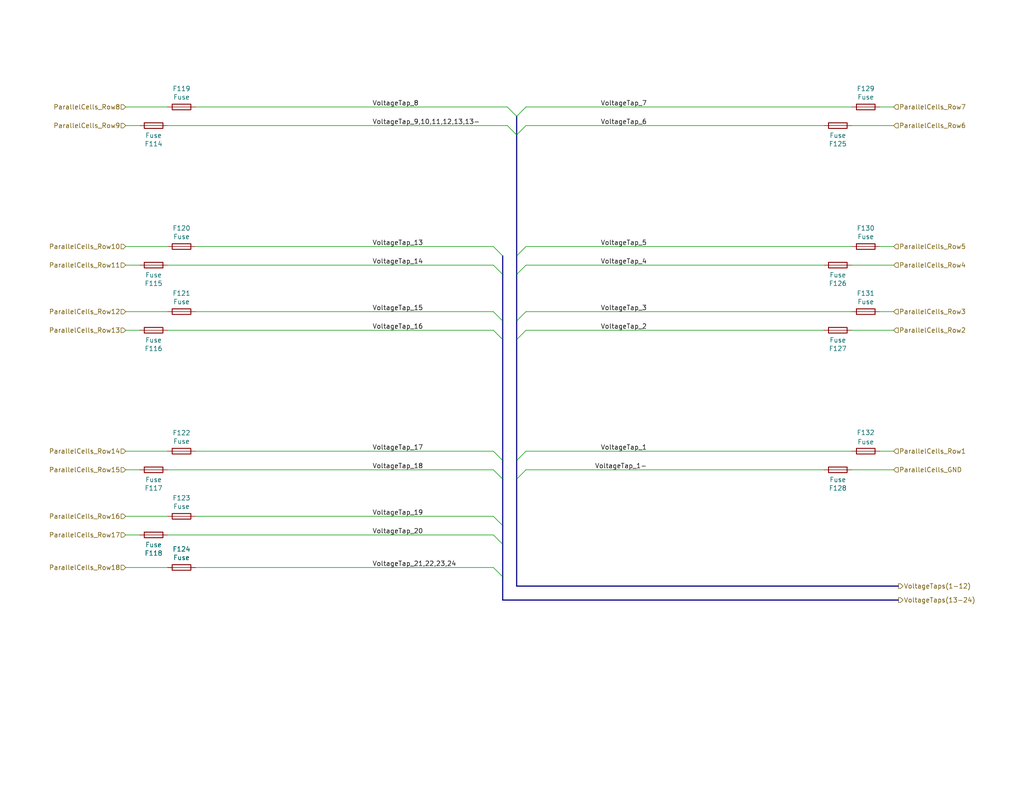
<source format=kicad_sch>
(kicad_sch (version 20211123) (generator eeschema)
  (paper "A")
  (title_block (title "Voltage Tap Connector PCB") (date "2020-10-16") (rev "1") (company "Northeastern Electric Racing") (comment 1 "https://github.com/Northeastern-Electric-Racing/NER") (comment 2 "For authors and other info, contact Chief Electrical Engineer"))
  (lib_symbols
    (symbol "Device:Fuse" (pin_numbers hide) (pin_names (offset 0))
      (property "Reference" "F" (at 2.032 0 90))
      (property "Value" "Fuse" (at -1.905 0 90))
      (symbol "Fuse_0_1"
        (rectangle (start -0.762 -2.54) (end 0.762 2.54) (stroke (width 0.254)))
        (polyline (pts (xy 0 2.54) (xy 0 -2.54)))
      )
      (symbol "Fuse_1_1"
        (pin passive line (at 0 3.81 270) (length 1.27) (name "~") (number "1"))
        (pin passive line (at 0 -3.81 90) (length 1.27) (name "~") (number "2"))
      )
    )
  )
  (bus_entry (at 140.97 74.93) (size 2.54 -2.54))
  (bus_entry (at 140.97 92.71) (size 2.54 -2.54))
  (bus_entry (at 134.62 67.31) (size 2.54 2.54))
  (bus_entry (at 140.97 36.83) (size -2.54 -2.54))
  (bus_entry (at 134.62 154.94) (size 2.54 2.54))
  (bus_entry (at 140.97 130.81) (size 2.54 -2.54))
  (bus_entry (at 134.62 140.97) (size 2.54 2.54))
  (bus_entry (at 134.62 90.17) (size 2.54 2.54))
  (bus_entry (at 134.62 123.19) (size 2.54 2.54))
  (bus_entry (at 140.97 31.75) (size -2.54 -2.54))
  (bus_entry (at 134.62 85.09) (size 2.54 2.54))
  (bus_entry (at 140.97 31.75) (size 2.54 -2.54))
  (bus_entry (at 140.97 36.83) (size 2.54 -2.54))
  (bus_entry (at 140.97 125.73) (size 2.54 -2.54))
  (bus_entry (at 134.62 146.05) (size 2.54 2.54))
  (bus_entry (at 134.62 128.27) (size 2.54 2.54))
  (bus_entry (at 134.62 72.39) (size 2.54 2.54))
  (bus_entry (at 140.97 69.85) (size 2.54 -2.54))
  (bus_entry (at 140.97 87.63) (size 2.54 -2.54))
  (wire (pts (xy 45.72 146.05) (xy 134.62 146.05)))
  (bus (pts (xy 137.16 69.85) (xy 137.16 74.93)))
  (bus (pts (xy 140.97 125.73) (xy 140.97 130.81)))
  (wire (pts (xy 45.72 128.27) (xy 134.62 128.27)))
  (wire (pts (xy 53.34 67.31) (xy 134.62 67.31)))
  (wire (pts (xy 243.84 90.17) (xy 232.41 90.17)))
  (wire (pts (xy 232.41 85.09) (xy 143.51 85.09)))
  (bus (pts (xy 137.16 74.93) (xy 137.16 87.63)))
  (wire (pts (xy 45.72 72.39) (xy 134.62 72.39)))
  (wire (pts (xy 38.1 90.17) (xy 34.29 90.17)))
  (wire (pts (xy 38.1 128.27) (xy 34.29 128.27)))
  (bus (pts (xy 140.97 87.63) (xy 140.97 92.71)))
  (wire (pts (xy 34.29 140.97) (xy 45.72 140.97)))
  (wire (pts (xy 240.03 85.09) (xy 243.84 85.09)))
  (bus (pts (xy 140.97 36.83) (xy 140.97 69.85)))
  (wire (pts (xy 34.29 154.94) (xy 45.72 154.94)))
  (wire (pts (xy 243.84 123.19) (xy 240.03 123.19)))
  (bus (pts (xy 137.16 130.81) (xy 137.16 143.51)))
  (wire (pts (xy 53.34 154.94) (xy 134.62 154.94)))
  (wire (pts (xy 53.34 85.09) (xy 134.62 85.09)))
  (wire (pts (xy 53.34 140.97) (xy 134.62 140.97)))
  (wire (pts (xy 224.79 90.17) (xy 143.51 90.17)))
  (bus (pts (xy 140.97 130.81) (xy 140.97 160.02)))
  (bus (pts (xy 137.16 87.63) (xy 137.16 92.71)))
  (bus (pts (xy 140.97 92.71) (xy 140.97 125.73)))
  (wire (pts (xy 232.41 67.31) (xy 143.51 67.31)))
  (wire (pts (xy 224.79 72.39) (xy 143.51 72.39)))
  (wire (pts (xy 143.51 128.27) (xy 224.79 128.27)))
  (wire (pts (xy 34.29 29.21) (xy 45.72 29.21)))
  (bus (pts (xy 140.97 69.85) (xy 140.97 74.93)))
  (wire (pts (xy 45.72 34.29) (xy 138.43 34.29)))
  (wire (pts (xy 38.1 72.39) (xy 34.29 72.39)))
  (wire (pts (xy 34.29 67.31) (xy 45.72 67.31)))
  (bus (pts (xy 137.16 125.73) (xy 137.16 130.81)))
  (wire (pts (xy 240.03 67.31) (xy 243.84 67.31)))
  (bus (pts (xy 137.16 92.71) (xy 137.16 125.73)))
  (wire (pts (xy 143.51 29.21) (xy 232.41 29.21)))
  (bus (pts (xy 137.16 143.51) (xy 137.16 148.59)))
  (wire (pts (xy 224.79 34.29) (xy 143.51 34.29)))
  (bus (pts (xy 140.97 74.93) (xy 140.97 87.63)))
  (bus (pts (xy 137.16 148.59) (xy 137.16 157.48)))
  (wire (pts (xy 53.34 123.19) (xy 134.62 123.19)))
  (bus (pts (xy 140.97 31.75) (xy 140.97 36.83)))
  (wire (pts (xy 53.34 29.21) (xy 138.43 29.21)))
  (wire (pts (xy 240.03 29.21) (xy 243.84 29.21)))
  (wire (pts (xy 45.72 90.17) (xy 134.62 90.17)))
  (wire (pts (xy 143.51 123.19) (xy 232.41 123.19)))
  (wire (pts (xy 34.29 123.19) (xy 45.72 123.19)))
  (bus (pts (xy 140.97 160.02) (xy 245.11 160.02)))
  (bus (pts (xy 137.16 163.83) (xy 245.11 163.83)))
  (wire (pts (xy 38.1 34.29) (xy 34.29 34.29)))
  (wire (pts (xy 34.29 85.09) (xy 45.72 85.09)))
  (wire (pts (xy 243.84 34.29) (xy 232.41 34.29)))
  (wire (pts (xy 243.84 72.39) (xy 232.41 72.39)))
  (bus (pts (xy 137.16 157.48) (xy 137.16 163.83)))
  (wire (pts (xy 38.1 146.05) (xy 34.29 146.05)))
  (wire (pts (xy 232.41 128.27) (xy 243.84 128.27)))
  (label "VoltageTap_17" (at 101.6 123.19 0))
  (label "VoltageTap_21,22,23,24" (at 101.6 154.94 0))
  (label "VoltageTap_20" (at 101.6 146.05 0))
  (label "VoltageTap_5" (at 176.53 67.31 180))
  (label "VoltageTap_7" (at 176.53 29.21 180))
  (label "VoltageTap_18" (at 101.6 128.27 0))
  (label "VoltageTap_2" (at 176.53 90.17 180))
  (label "VoltageTap_9,10,11,12,13,13-" (at 101.6 34.29 0))
  (label "VoltageTap_13" (at 101.6 67.31 0))
  (label "VoltageTap_3" (at 176.53 85.09 180))
  (label "VoltageTap_16" (at 101.6 90.17 0))
  (label "VoltageTap_19" (at 101.6 140.97 0))
  (label "VoltageTap_8" (at 101.6 29.21 0))
  (label "VoltageTap_14" (at 101.6 72.39 0))
  (label "VoltageTap_1-" (at 176.53 128.27 180))
  (label "VoltageTap_4" (at 176.53 72.39 180))
  (label "VoltageTap_6" (at 176.53 34.29 180))
  (label "VoltageTap_15" (at 101.6 85.09 0))
  (label "VoltageTap_1" (at 176.53 123.19 180))
  (hierarchical_label "ParallelCells_GND" (shape input) (at 243.84 128.27 0))
  (hierarchical_label "ParallelCells_Row16" (shape input) (at 34.29 140.97 180))
  (hierarchical_label "ParallelCells_Row9" (shape input) (at 34.29 34.29 180))
  (hierarchical_label "VoltageTaps(1-12)" (shape output) (at 245.11 160.02 0))
  (hierarchical_label "ParallelCells_Row3" (shape input) (at 243.84 85.09 0))
  (hierarchical_label "ParallelCells_Row11" (shape input) (at 34.29 72.39 180))
  (hierarchical_label "ParallelCells_Row1" (shape input) (at 243.84 123.19 0))
  (hierarchical_label "ParallelCells_Row7" (shape input) (at 243.84 29.21 0))
  (hierarchical_label "ParallelCells_Row14" (shape input) (at 34.29 123.19 180))
  (hierarchical_label "ParallelCells_Row18" (shape input) (at 34.29 154.94 180))
  (hierarchical_label "ParallelCells_Row8" (shape input) (at 34.29 29.21 180))
  (hierarchical_label "ParallelCells_Row10" (shape input) (at 34.29 67.31 180))
  (hierarchical_label "ParallelCells_Row17" (shape input) (at 34.29 146.05 180))
  (hierarchical_label "ParallelCells_Row13" (shape input) (at 34.29 90.17 180))
  (hierarchical_label "ParallelCells_Row12" (shape input) (at 34.29 85.09 180))
  (hierarchical_label "VoltageTaps(13-24)" (shape output) (at 245.11 163.83 0))
  (hierarchical_label "ParallelCells_Row2" (shape input) (at 243.84 90.17 0))
  (hierarchical_label "ParallelCells_Row15" (shape input) (at 34.29 128.27 180))
  (hierarchical_label "ParallelCells_Row5" (shape input) (at 243.84 67.31 0))
  (hierarchical_label "ParallelCells_Row6" (shape input) (at 243.84 34.29 0))
  (hierarchical_label "ParallelCells_Row4" (shape input) (at 243.84 72.39 0))
  (symbol (lib_id "Device:Fuse") (at 49.53 154.94 90) (mirror x) (unit 1)
    (property "Reference" "F124" (at 49.53 149.9362 90))
    (property "Value" "Fuse" (at 49.53 152.2476 90))
  )
  (symbol (lib_id "Device:Fuse") (at 49.53 140.97 270) (unit 1)
    (property "Reference" "F123" (at 49.53 135.9662 90))
    (property "Value" "Fuse" (at 49.53 138.2776 90))
  )
  (symbol (lib_id "Device:Fuse") (at 49.53 123.19 270) (unit 1)
    (property "Reference" "F122" (at 49.53 118.1862 90))
    (property "Value" "Fuse" (at 49.53 120.4976 90))
  )
  (symbol (lib_id "Device:Fuse") (at 41.91 146.05 90) (unit 1)
    (property "Reference" "F118" (at 41.91 151.0538 90))
    (property "Value" "Fuse" (at 41.91 148.7424 90))
  )
  (symbol (lib_id "Device:Fuse") (at 41.91 128.27 90) (unit 1)
    (property "Reference" "F117" (at 41.91 133.2738 90))
    (property "Value" "Fuse" (at 41.91 130.9624 90))
  )
  (symbol (lib_id "Device:Fuse") (at 41.91 90.17 90) (unit 1)
    (property "Reference" "F116" (at 41.91 95.1738 90))
    (property "Value" "Fuse" (at 41.91 92.8624 90))
  )
  (symbol (lib_id "Device:Fuse") (at 49.53 85.09 90) (mirror x) (unit 1)
    (property "Reference" "F121" (at 49.53 80.0862 90))
    (property "Value" "Fuse" (at 49.53 82.3976 90))
  )
  (symbol (lib_id "Device:Fuse") (at 41.91 72.39 90) (unit 1)
    (property "Reference" "F115" (at 41.91 77.3938 90))
    (property "Value" "Fuse" (at 41.91 75.0824 90))
  )
  (symbol (lib_id "Device:Fuse") (at 49.53 67.31 90) (mirror x) (unit 1)
    (property "Reference" "F120" (at 49.53 62.3062 90))
    (property "Value" "Fuse" (at 49.53 64.6176 90))
  )
  (symbol (lib_id "Device:Fuse") (at 41.91 34.29 90) (unit 1)
    (property "Reference" "F114" (at 41.91 39.2938 90))
    (property "Value" "Fuse" (at 41.91 36.9824 90))
  )
  (symbol (lib_id "Device:Fuse") (at 49.53 29.21 90) (mirror x) (unit 1)
    (property "Reference" "F119" (at 49.53 24.2062 90))
    (property "Value" "Fuse" (at 49.53 26.5176 90))
  )
  (symbol (lib_id "Device:Fuse") (at 236.22 29.21 270) (unit 1)
    (property "Reference" "F129" (at 236.22 24.2062 90))
    (property "Value" "Fuse" (at 236.22 26.5176 90))
  )
  (symbol (lib_id "Device:Fuse") (at 228.6 34.29 270) (mirror x) (unit 1)
    (property "Reference" "F125" (at 228.6 39.2938 90))
    (property "Value" "Fuse" (at 228.6 36.9824 90))
  )
  (symbol (lib_id "Device:Fuse") (at 236.22 67.31 270) (unit 1)
    (property "Reference" "F130" (at 236.22 62.3062 90))
    (property "Value" "Fuse" (at 236.22 64.6176 90))
  )
  (symbol (lib_id "Device:Fuse") (at 228.6 72.39 270) (mirror x) (unit 1)
    (property "Reference" "F126" (at 228.6 77.3938 90))
    (property "Value" "Fuse" (at 228.6 75.0824 90))
  )
  (symbol (lib_id "Device:Fuse") (at 236.22 85.09 270) (unit 1)
    (property "Reference" "F131" (at 236.22 80.0862 90))
    (property "Value" "Fuse" (at 236.22 82.3976 90))
  )
  (symbol (lib_id "Device:Fuse") (at 228.6 90.17 270) (mirror x) (unit 1)
    (property "Reference" "F127" (at 228.6 95.1738 90))
    (property "Value" "Fuse" (at 228.6 92.8624 90))
  )
  (symbol (lib_id "Device:Fuse") (at 228.6 128.27 270) (mirror x) (unit 1)
    (property "Reference" "F128" (at 228.6 133.2738 90))
    (property "Value" "Fuse" (at 228.6 130.9624 90))
  )
  (symbol (lib_id "Device:Fuse") (at 236.22 123.19 270) (mirror x) (unit 1)
    (property "Reference" "F132" (at 236.22 118.11 90))
    (property "Value" "Fuse" (at 236.22 120.65 90))
  )
)
</source>
